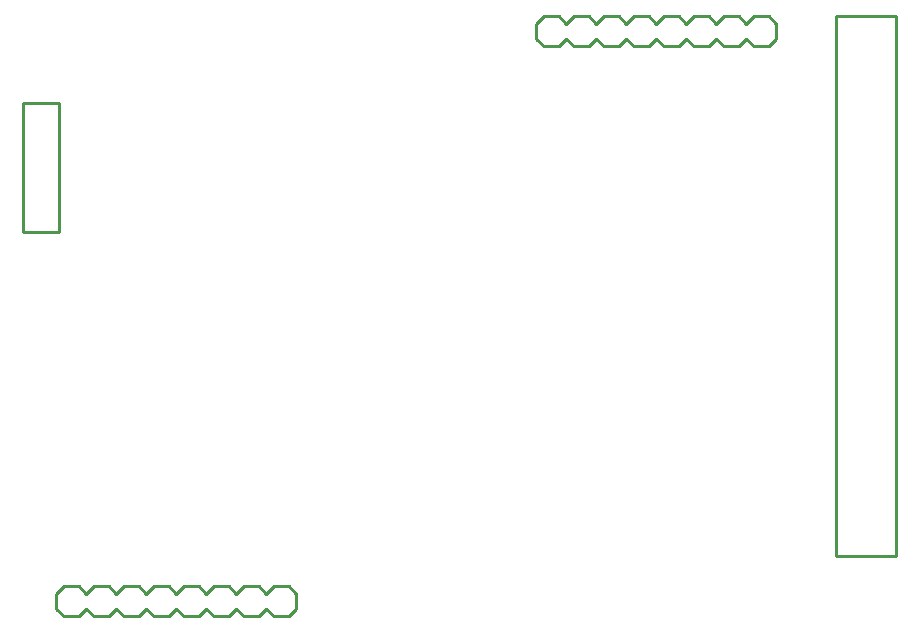
<source format=gbo>
G04 Layer: BottomSilkscreenLayer*
G04 EasyEDA v6.5.3, 2022-04-04 14:49:07*
G04 cbda9177925744229a5c16aaf3607e86,be635ba5e1a24524a6f9dddda72dafc0,10*
G04 Gerber Generator version 0.2*
G04 Scale: 100 percent, Rotated: No, Reflected: No *
G04 Dimensions in millimeters *
G04 leading zeros omitted , absolute positions ,4 integer and 5 decimal *
%FSLAX45Y45*%
%MOMM*%

%ADD10C,0.2540*%

%LPD*%
D10*
X-85978997Y65849500D02*
G01*
X-85978997Y65722500D01*
X-84201002Y65722500D02*
G01*
X-84137502Y65659000D01*
X-84010502Y65659000D01*
X-83947002Y65722500D01*
X-83947002Y65849500D02*
G01*
X-83947002Y65722500D01*
X-85979002Y65849500D02*
G01*
X-85915502Y65913000D01*
X-85788502Y65913000D01*
X-85725002Y65849500D01*
X-85979002Y65722500D02*
G01*
X-85915502Y65659000D01*
X-85788502Y65659000D01*
X-85725002Y65722500D01*
X-85725002Y65849500D02*
G01*
X-85661502Y65913000D01*
X-85534502Y65913000D01*
X-85471002Y65849500D01*
X-85725002Y65722500D02*
G01*
X-85661502Y65659000D01*
X-85534502Y65659000D01*
X-85471002Y65722500D01*
X-85471002Y65849500D02*
G01*
X-85407502Y65913000D01*
X-85280502Y65913000D01*
X-85217002Y65849500D01*
X-85471002Y65722500D02*
G01*
X-85407502Y65659000D01*
X-85280502Y65659000D01*
X-85217002Y65722500D01*
X-85217002Y65849500D02*
G01*
X-85153502Y65913000D01*
X-85026502Y65913000D01*
X-84963002Y65849500D01*
X-85217002Y65722500D02*
G01*
X-85153502Y65659000D01*
X-85026502Y65659000D01*
X-84963002Y65722500D01*
X-84963002Y65849500D02*
G01*
X-84899502Y65913000D01*
X-84772502Y65913000D01*
X-84709002Y65849500D01*
X-84963002Y65722500D02*
G01*
X-84899502Y65659000D01*
X-84772502Y65659000D01*
X-84709002Y65722500D01*
X-84709002Y65849500D02*
G01*
X-84645502Y65913000D01*
X-84518502Y65913000D01*
X-84455002Y65849500D01*
X-84709002Y65722500D02*
G01*
X-84645502Y65659000D01*
X-84518502Y65659000D01*
X-84455002Y65722500D01*
X-84455002Y65849500D02*
G01*
X-84391502Y65913000D01*
X-84264502Y65913000D01*
X-84201002Y65849500D01*
X-84455002Y65722500D02*
G01*
X-84391502Y65659000D01*
X-84264502Y65659000D01*
X-84201002Y65722500D01*
X-84201002Y65849500D02*
G01*
X-84137502Y65913000D01*
X-84010502Y65913000D01*
X-83947002Y65849500D01*
X-90042997Y61023500D02*
G01*
X-90042997Y60896500D01*
X-88265002Y60896500D02*
G01*
X-88201502Y60833000D01*
X-88074502Y60833000D01*
X-88011002Y60896500D01*
X-88011002Y61023500D02*
G01*
X-88011002Y60896500D01*
X-90043002Y61023500D02*
G01*
X-89979502Y61087000D01*
X-89852502Y61087000D01*
X-89789002Y61023500D01*
X-90043002Y60896500D02*
G01*
X-89979502Y60833000D01*
X-89852502Y60833000D01*
X-89789002Y60896500D01*
X-89789002Y61023500D02*
G01*
X-89725502Y61087000D01*
X-89598502Y61087000D01*
X-89535002Y61023500D01*
X-89789002Y60896500D02*
G01*
X-89725502Y60833000D01*
X-89598502Y60833000D01*
X-89535002Y60896500D01*
X-89535002Y61023500D02*
G01*
X-89471502Y61087000D01*
X-89344502Y61087000D01*
X-89281002Y61023500D01*
X-89535002Y60896500D02*
G01*
X-89471502Y60833000D01*
X-89344502Y60833000D01*
X-89281002Y60896500D01*
X-89281002Y61023500D02*
G01*
X-89217502Y61087000D01*
X-89090502Y61087000D01*
X-89027002Y61023500D01*
X-89281002Y60896500D02*
G01*
X-89217502Y60833000D01*
X-89090502Y60833000D01*
X-89027002Y60896500D01*
X-89027002Y61023500D02*
G01*
X-88963502Y61087000D01*
X-88836502Y61087000D01*
X-88773002Y61023500D01*
X-89027002Y60896500D02*
G01*
X-88963502Y60833000D01*
X-88836502Y60833000D01*
X-88773002Y60896500D01*
X-88773002Y61023500D02*
G01*
X-88709502Y61087000D01*
X-88582502Y61087000D01*
X-88519002Y61023500D01*
X-88773002Y60896500D02*
G01*
X-88709502Y60833000D01*
X-88582502Y60833000D01*
X-88519002Y60896500D01*
X-88519002Y61023500D02*
G01*
X-88455502Y61087000D01*
X-88328502Y61087000D01*
X-88265002Y61023500D01*
X-88519002Y60896500D02*
G01*
X-88455502Y60833000D01*
X-88328502Y60833000D01*
X-88265002Y60896500D01*
X-88265002Y61023500D02*
G01*
X-88201502Y61087000D01*
X-88074502Y61087000D01*
X-88011002Y61023500D01*
X-82931000Y65913000D02*
G01*
X-82931000Y61341000D01*
X-83439000Y61341000D01*
X-83439000Y65913000D01*
X-82931000Y65913000D01*
X-90322400Y65176400D02*
G01*
X-90017600Y65176400D01*
X-90017600Y64084200D01*
X-90322400Y64084200D01*
X-90322400Y65176400D01*
M02*

</source>
